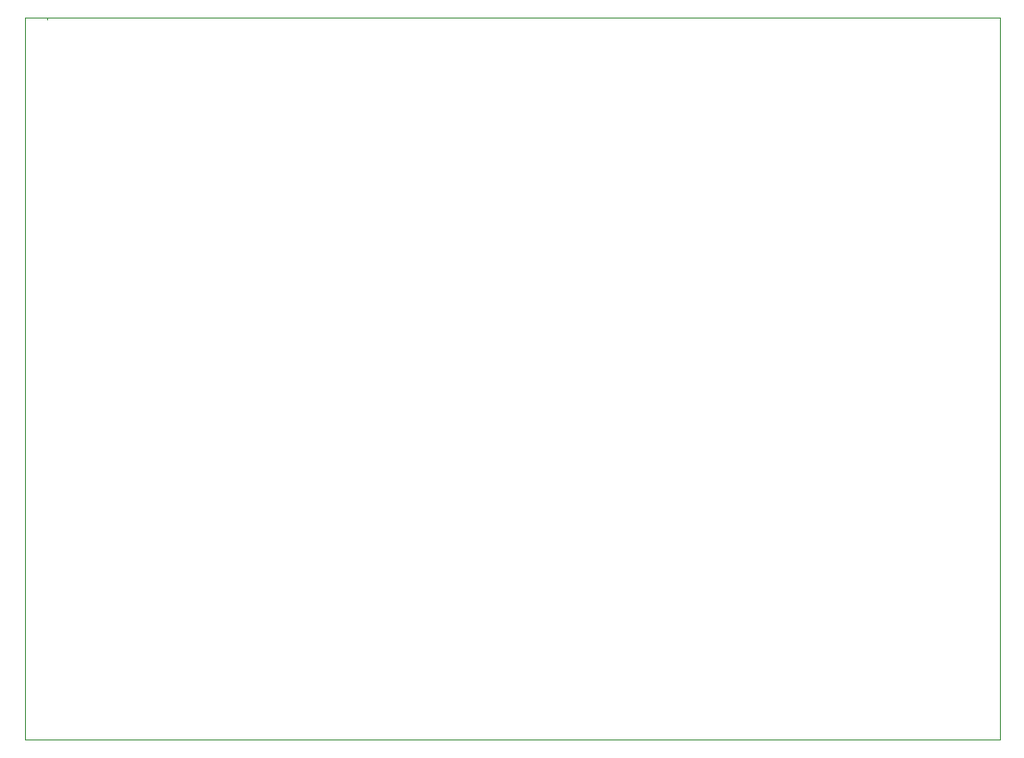
<source format=gbr>
G04 #@! TF.GenerationSoftware,KiCad,Pcbnew,(5.1.5)-3*
G04 #@! TF.CreationDate,2020-05-15T18:58:22+01:00*
G04 #@! TF.ProjectId,3chip6502,33636869-7036-4353-9032-2e6b69636164,rev?*
G04 #@! TF.SameCoordinates,Original*
G04 #@! TF.FileFunction,Profile,NP*
%FSLAX46Y46*%
G04 Gerber Fmt 4.6, Leading zero omitted, Abs format (unit mm)*
G04 Created by KiCad (PCBNEW (5.1.5)-3) date 2020-05-15 18:58:22*
%MOMM*%
%LPD*%
G04 APERTURE LIST*
%ADD10C,0.050000*%
G04 APERTURE END LIST*
D10*
X138430000Y-65786000D02*
X49276000Y-65786000D01*
X138430000Y-131826000D02*
X138430000Y-65786000D01*
X49276000Y-131826000D02*
X138430000Y-131826000D01*
X49276000Y-131826000D02*
X49276000Y-131699000D01*
X49276000Y-65786000D02*
X49276000Y-131699000D01*
X51371500Y-65786000D02*
X49276000Y-65786000D01*
X51371500Y-65913000D02*
X51371500Y-65786000D01*
M02*

</source>
